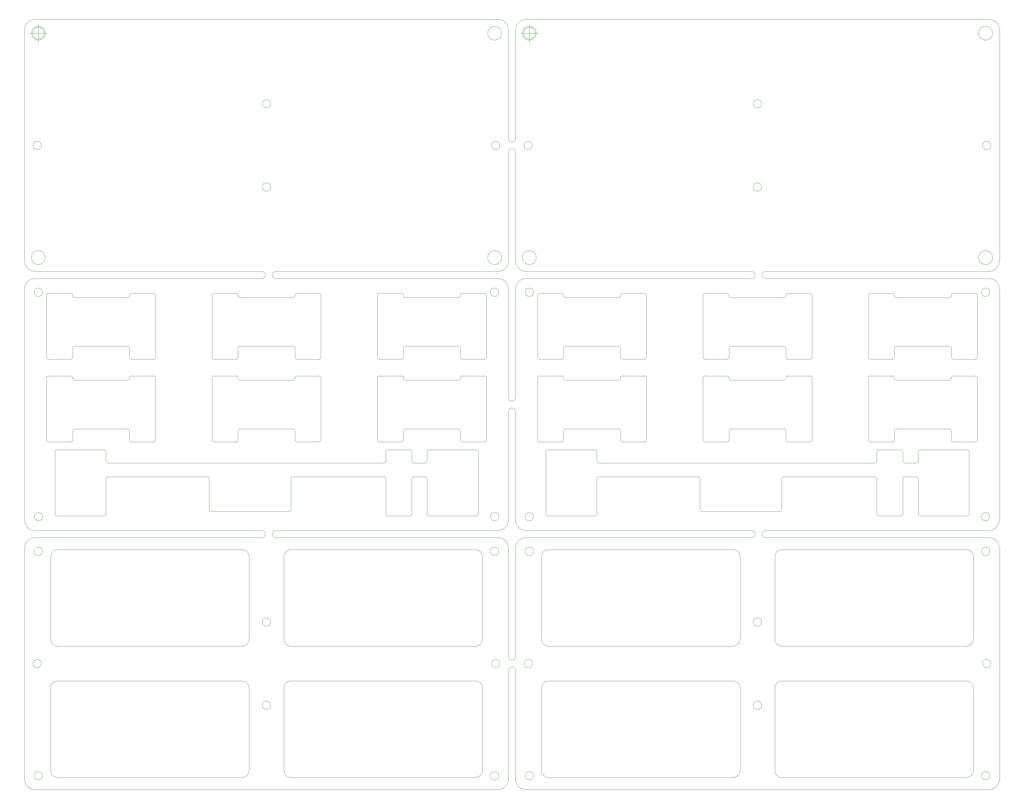
<source format=gm1>
G04 #@! TF.GenerationSoftware,KiCad,Pcbnew,(5.1.10)-1*
G04 #@! TF.CreationDate,2021-07-13T17:10:59+02:00*
G04 #@! TF.ProjectId,stab_tester,73746162-5f74-4657-9374-65722e6b6963,rev?*
G04 #@! TF.SameCoordinates,Original*
G04 #@! TF.FileFunction,Profile,NP*
%FSLAX46Y46*%
G04 Gerber Fmt 4.6, Leading zero omitted, Abs format (unit mm)*
G04 Created by KiCad (PCBNEW (5.1.10)-1) date 2021-07-13 17:10:59*
%MOMM*%
%LPD*%
G01*
G04 APERTURE LIST*
G04 #@! TA.AperFunction,Profile*
%ADD10C,0.050000*%
G04 #@! TD*
G04 APERTURE END LIST*
D10*
X40513001Y-184482001D02*
X105863001Y-184494502D01*
X105863001Y-186494502D02*
X40513001Y-186482002D01*
X109863001Y-184494502D02*
X173863001Y-184482002D01*
X173863001Y-186482002D02*
X109863001Y-186494502D01*
X181863001Y-184482001D02*
X246863001Y-184494502D01*
X246863001Y-186494502D02*
X181863001Y-186482002D01*
X315213001Y-184482002D02*
X250863001Y-184494502D01*
X250863001Y-186494502D02*
X315213001Y-186482002D01*
X250863001Y-186494502D02*
G75*
G02*
X250863001Y-184494502I0J1000000D01*
G01*
X246863001Y-184494502D02*
G75*
G02*
X246863001Y-186494502I0J-1000000D01*
G01*
X109863001Y-186494502D02*
G75*
G02*
X109863001Y-184494502I0J1000000D01*
G01*
X105863001Y-184494502D02*
G75*
G02*
X105863001Y-186494502I0J-1000000D01*
G01*
X315213000Y-111807001D02*
X250863001Y-111819502D01*
X250863001Y-109819502D02*
X315213000Y-109807001D01*
X181863000Y-109807000D02*
X246863001Y-109819502D01*
X246863001Y-111819502D02*
X181863001Y-111807002D01*
X250863001Y-111819502D02*
G75*
G02*
X250863001Y-109819502I0J1000000D01*
G01*
X246863001Y-109819502D02*
G75*
G02*
X246863001Y-111819502I0J-1000000D01*
G01*
X109863001Y-111819502D02*
X173863001Y-111807002D01*
X109863001Y-109819502D02*
X173863000Y-109807001D01*
X40513000Y-109807000D02*
X105863001Y-109819502D01*
X105863001Y-111819502D02*
X40513001Y-111807002D01*
X109863001Y-111819502D02*
G75*
G02*
X109863001Y-109819502I0J1000000D01*
G01*
X105863001Y-109819502D02*
G75*
G02*
X105863001Y-111819502I0J-1000000D01*
G01*
X176863000Y-40132001D02*
X176863000Y-71469501D01*
X178863000Y-71469501D02*
X178863000Y-40132001D01*
X176863000Y-75469501D02*
X176863001Y-106807000D01*
X178863001Y-106807001D02*
X178863000Y-75469501D01*
X178863000Y-146144501D02*
X178863001Y-114807002D01*
X176863001Y-114807002D02*
X176863000Y-146144501D01*
X176863002Y-256157001D02*
X176863001Y-224819502D01*
X178863001Y-224819502D02*
X178863002Y-256157002D01*
X176863001Y-220819502D02*
X176863001Y-189482002D01*
X178863001Y-189482002D02*
X178863001Y-220819502D01*
X178863000Y-150144501D02*
X178863002Y-181482002D01*
X176863000Y-150144501D02*
X176863002Y-181482001D01*
X176863001Y-224819502D02*
G75*
G02*
X178863001Y-224819502I1000000J0D01*
G01*
X178863001Y-220819502D02*
G75*
G02*
X176863001Y-220819502I-1000000J0D01*
G01*
X176863000Y-150144501D02*
G75*
G02*
X178863000Y-150144501I1000000J0D01*
G01*
X178863000Y-146144501D02*
G75*
G02*
X176863000Y-146144501I-1000000J0D01*
G01*
X176863000Y-75469501D02*
G75*
G02*
X178863000Y-75469501I1000000J0D01*
G01*
X178863000Y-71469501D02*
G75*
G02*
X176863000Y-71469501I-1000000J0D01*
G01*
X184529666Y-41132001D02*
G75*
G03*
X184529666Y-41132001I-1666666J0D01*
G01*
X180363000Y-41132001D02*
X185363000Y-41132001D01*
X182863000Y-38632001D02*
X182863000Y-43632001D01*
X315213000Y-37132001D02*
G75*
G02*
X318213000Y-40132001I0J-3000000D01*
G01*
X318213001Y-106807000D02*
G75*
G02*
X315213000Y-109807001I-3000001J0D01*
G01*
X178863000Y-40132001D02*
G75*
G02*
X181863000Y-37132001I3000000J0D01*
G01*
X181863000Y-109807000D02*
G75*
G02*
X178863001Y-106807001I0J2999999D01*
G01*
X249738000Y-61469501D02*
G75*
G03*
X249738000Y-61469501I-1200000J0D01*
G01*
X249738000Y-85469501D02*
G75*
G03*
X249738000Y-85469501I-1200000J0D01*
G01*
X183738000Y-73469501D02*
G75*
G03*
X183738000Y-73469501I-1200000J0D01*
G01*
X316213000Y-41132001D02*
G75*
G03*
X316213000Y-41132001I-2000000J0D01*
G01*
X318213000Y-40132001D02*
X318213000Y-106807001D01*
X181863000Y-37132001D02*
X315213000Y-37132001D01*
X315738000Y-73469501D02*
G75*
G03*
X315738000Y-73469501I-1200000J0D01*
G01*
X184863000Y-41132001D02*
G75*
G03*
X184863000Y-41132001I-2000000J0D01*
G01*
X316213000Y-105807001D02*
G75*
G03*
X316213000Y-105807001I-2000000J0D01*
G01*
X184863000Y-105807001D02*
G75*
G03*
X184863000Y-105807001I-2000000J0D01*
G01*
X178863001Y-114807002D02*
G75*
G02*
X181863001Y-111807002I3000000J0D01*
G01*
X315413001Y-115807001D02*
G75*
G03*
X315413001Y-115807001I-1200000J0D01*
G01*
X318213001Y-114807002D02*
X318213001Y-181482002D01*
X290388001Y-179707001D02*
G75*
G02*
X289888000Y-180207002I-500001J0D01*
G01*
X294788000Y-161707002D02*
X294788000Y-164457001D01*
X282388000Y-164957001D02*
X202788001Y-164957002D01*
X282888000Y-164457001D02*
G75*
G02*
X282388000Y-164957001I-500000J0D01*
G01*
X201788001Y-161207002D02*
X188138000Y-161207002D01*
X315213001Y-111807002D02*
G75*
G02*
X318213001Y-114807002I0J-3000000D01*
G01*
X289888000Y-161207002D02*
G75*
G02*
X290388000Y-161707002I0J-500000D01*
G01*
X201788001Y-180207002D02*
X188138000Y-180207001D01*
X202288001Y-169457002D02*
G75*
G02*
X202788001Y-168957002I500000J0D01*
G01*
X289888000Y-161207002D02*
X283388000Y-161207002D01*
X201788001Y-161207002D02*
G75*
G02*
X202288001Y-161707002I0J-500000D01*
G01*
X290388000Y-179707002D02*
X290388000Y-169457001D01*
X187638001Y-161707001D02*
G75*
G02*
X188138000Y-161207002I499999J0D01*
G01*
X295288001Y-180207001D02*
G75*
G02*
X294788000Y-179707002I-1J500000D01*
G01*
X192725000Y-134582002D02*
X192725001Y-131832002D01*
X308976000Y-161207002D02*
X295288000Y-161207002D01*
X282888000Y-161707002D02*
X282888000Y-164457001D01*
X290888000Y-164957001D02*
G75*
G02*
X290388000Y-164457001I0J500000D01*
G01*
X309476000Y-179707001D02*
X309476000Y-161707002D01*
X188138000Y-180207001D02*
G75*
G02*
X187638000Y-179707001I0J500000D01*
G01*
X294788000Y-169457001D02*
X294788000Y-179707002D01*
X294788000Y-161707002D02*
G75*
G02*
X295288000Y-161207002I500000J0D01*
G01*
X295288000Y-180207002D02*
X308976000Y-180207001D01*
X187638000Y-161707002D02*
X187638000Y-179707001D01*
X294788000Y-164457001D02*
G75*
G02*
X294288000Y-164957001I-500000J0D01*
G01*
X209101001Y-116582001D02*
X209101001Y-116832001D01*
X256038001Y-168957001D02*
X282388000Y-168957001D01*
X209601001Y-135082002D02*
G75*
G02*
X209101001Y-134582002I0J500000D01*
G01*
X282888000Y-169457001D02*
X282888000Y-179707001D01*
X202288001Y-164457002D02*
X202288001Y-161707002D01*
X202288002Y-179707001D02*
G75*
G02*
X201788001Y-180207002I-500001J0D01*
G01*
X255538001Y-178457002D02*
X255538001Y-169457001D01*
X255538001Y-178457002D02*
G75*
G02*
X255038001Y-178957002I-500000J0D01*
G01*
X193225001Y-131332002D02*
X208601001Y-131332002D01*
X308976000Y-161207002D02*
G75*
G02*
X309476000Y-161707002I0J-500000D01*
G01*
X290888000Y-168957001D02*
X294288000Y-168957001D01*
X192725001Y-131832002D02*
G75*
G02*
X193225001Y-131332002I500000J0D01*
G01*
X290388000Y-164457001D02*
X290388000Y-161707002D01*
X309476000Y-179707001D02*
G75*
G02*
X308976000Y-180207001I-500000J0D01*
G01*
X202288001Y-179707002D02*
X202288001Y-169457002D01*
X294288000Y-168957001D02*
G75*
G02*
X294788000Y-169457001I0J-500000D01*
G01*
X318213002Y-181482001D02*
G75*
G02*
X315213001Y-184482002I-3000001J0D01*
G01*
X283388001Y-180207002D02*
G75*
G02*
X282888000Y-179707001I0J500001D01*
G01*
X209101001Y-131832002D02*
X209101001Y-134582002D01*
X216601001Y-134582002D02*
G75*
G02*
X216101001Y-135082002I-500000J0D01*
G01*
X282388000Y-168957001D02*
G75*
G02*
X282888000Y-169457001I0J-500000D01*
G01*
X185725000Y-135082002D02*
G75*
G02*
X185225000Y-134582002I0J500000D01*
G01*
X232513000Y-178957001D02*
G75*
G02*
X232013001Y-178457002I0J499999D01*
G01*
X209601001Y-135082002D02*
X216101001Y-135082002D01*
X290388000Y-169457001D02*
G75*
G02*
X290888000Y-168957001I500000J0D01*
G01*
X202788001Y-168957002D02*
X231513000Y-168957002D01*
X283388000Y-180207002D02*
X289888000Y-180207002D01*
X185725000Y-135082002D02*
X192225001Y-135082002D01*
X294288000Y-164957001D02*
X290888000Y-164957001D01*
X282888000Y-161707002D02*
G75*
G02*
X283388000Y-161207002I500000J0D01*
G01*
X202788001Y-164957002D02*
G75*
G02*
X202288001Y-164457002I0J500000D01*
G01*
X216601001Y-134582002D02*
X216601001Y-116582001D01*
X208601001Y-131332002D02*
G75*
G02*
X209101001Y-131832002I0J-500000D01*
G01*
X232013000Y-169457002D02*
X232013001Y-178457002D01*
X255538001Y-169457001D02*
G75*
G02*
X256038001Y-168957001I500000J0D01*
G01*
X231513000Y-168957002D02*
G75*
G02*
X232013000Y-169457002I0J-500000D01*
G01*
X192725002Y-140644502D02*
X192725002Y-140394502D01*
X192225001Y-139894501D02*
G75*
G02*
X192725002Y-140394502I0J-500001D01*
G01*
X209101002Y-140394501D02*
X209101002Y-140644501D01*
X185225001Y-140394502D02*
G75*
G02*
X185725001Y-139894502I500000J0D01*
G01*
X185725001Y-158894502D02*
X192225002Y-158894502D01*
X192725002Y-158394502D02*
G75*
G02*
X192225002Y-158894502I-500000J0D01*
G01*
X209101002Y-155644502D02*
X209101002Y-158394502D01*
X192225002Y-139894501D02*
X185725001Y-139894502D01*
X216101002Y-139894501D02*
G75*
G02*
X216601002Y-140394501I0J-500000D01*
G01*
X193225002Y-155144502D02*
X208601002Y-155144502D01*
X192725002Y-155644502D02*
G75*
G02*
X193225002Y-155144502I500000J0D01*
G01*
X208601002Y-141144501D02*
X193225002Y-141144502D01*
X185725001Y-158894502D02*
G75*
G02*
X185225001Y-158394502I0J500000D01*
G01*
X185225001Y-140394502D02*
X185225001Y-158394502D01*
X193225003Y-141144501D02*
G75*
G02*
X192725002Y-140644502I-1J500000D01*
G01*
X216601002Y-158394502D02*
X216601002Y-140394501D01*
X209601002Y-158894502D02*
X216101002Y-158894502D01*
X216101002Y-139894501D02*
X209601002Y-139894501D01*
X209101001Y-140644502D02*
G75*
G02*
X208601002Y-141144501I-499999J0D01*
G01*
X209101002Y-140394501D02*
G75*
G02*
X209601002Y-139894501I500000J0D01*
G01*
X209601002Y-158894502D02*
G75*
G02*
X209101002Y-158394502I0J500000D01*
G01*
X216601002Y-158394502D02*
G75*
G02*
X216101002Y-158894502I-500000J0D01*
G01*
X232513000Y-178957002D02*
X255038001Y-178957002D01*
X315413001Y-180482002D02*
G75*
G03*
X315413001Y-180482002I-1200000J0D01*
G01*
X192725001Y-134582002D02*
G75*
G02*
X192225001Y-135082002I-500000J0D01*
G01*
X243538000Y-215819501D02*
G75*
G02*
X241538000Y-217819501I-2000000J0D01*
G01*
X241538000Y-217819501D02*
X188363000Y-217819501D01*
X188363000Y-189982001D02*
X241538000Y-189982001D01*
X183738000Y-222819501D02*
G75*
G03*
X183738000Y-222819501I-1200000J0D01*
G01*
X186363000Y-191982001D02*
G75*
G02*
X188363000Y-189982001I2000000J0D01*
G01*
X241538000Y-189982001D02*
G75*
G02*
X243538000Y-191982001I0J-2000000D01*
G01*
X188362999Y-217819502D02*
G75*
G02*
X186363000Y-215819501I1J2000000D01*
G01*
X249738000Y-210819501D02*
G75*
G03*
X249738000Y-210819501I-1200000J0D01*
G01*
X186363000Y-191982001D02*
X186363000Y-215819501D01*
X249738000Y-234819501D02*
G75*
G03*
X249738000Y-234819501I-1200000J0D01*
G01*
X192225000Y-116082001D02*
G75*
G02*
X192725001Y-116582002I0J-500001D01*
G01*
X216101001Y-116082001D02*
X209601001Y-116082001D01*
X193225002Y-117332001D02*
G75*
G02*
X192725001Y-116832002I-1J500000D01*
G01*
X192725001Y-116832002D02*
X192725001Y-116582002D01*
X315738000Y-222819502D02*
G75*
G03*
X315738000Y-222819502I-1200000J0D01*
G01*
X216101001Y-116082001D02*
G75*
G02*
X216601001Y-116582001I0J-500000D01*
G01*
X209101001Y-116582001D02*
G75*
G02*
X209601001Y-116082001I500000J0D01*
G01*
X209101000Y-116832002D02*
G75*
G02*
X208601001Y-117332001I-499999J0D01*
G01*
X208601001Y-117332001D02*
X193225001Y-117332002D01*
X243538000Y-215819501D02*
X243538000Y-191982001D01*
X192225001Y-116082001D02*
X185725000Y-116082002D01*
X185225000Y-116582002D02*
G75*
G02*
X185725000Y-116082002I500000J0D01*
G01*
X185225000Y-116582002D02*
X185225000Y-134582002D01*
X188362999Y-255657002D02*
G75*
G02*
X186363000Y-253657001I1J2000000D01*
G01*
X181863001Y-184482001D02*
G75*
G02*
X178863002Y-181482002I0J2999999D01*
G01*
X308713000Y-217819501D02*
X255538000Y-217819501D01*
X186363000Y-229819501D02*
G75*
G02*
X188363000Y-227819501I2000000J0D01*
G01*
X253538000Y-191982001D02*
X253538000Y-215819501D01*
X243538000Y-253657001D02*
X243538000Y-229819501D01*
X310713000Y-215819501D02*
X310713000Y-191982001D01*
X243538000Y-253657001D02*
G75*
G02*
X241538000Y-255657001I-2000000J0D01*
G01*
X253538000Y-229819502D02*
G75*
G02*
X255538000Y-227819502I2000000J0D01*
G01*
X241538000Y-255657001D02*
X188363000Y-255657001D01*
X241538000Y-227819501D02*
G75*
G02*
X243538000Y-229819501I0J-2000000D01*
G01*
X255537999Y-217819502D02*
G75*
G02*
X253538000Y-215819501I1J2000000D01*
G01*
X310713000Y-253657002D02*
G75*
G02*
X308713000Y-255657002I-2000000J0D01*
G01*
X184063000Y-180482002D02*
G75*
G03*
X184063000Y-180482002I-1199999J0D01*
G01*
X186363000Y-229819501D02*
X186363000Y-253657001D01*
X184062999Y-115807001D02*
G75*
G03*
X184062999Y-115807001I-1199999J0D01*
G01*
X308713000Y-189982001D02*
G75*
G02*
X310713000Y-191982001I0J-2000000D01*
G01*
X255538000Y-189982001D02*
X308713000Y-189982001D01*
X188363000Y-227819501D02*
X241538000Y-227819501D01*
X310713000Y-215819501D02*
G75*
G02*
X308713000Y-217819501I-2000000J0D01*
G01*
X253538000Y-191982001D02*
G75*
G02*
X255538000Y-189982001I2000000J0D01*
G01*
X184062999Y-190482001D02*
G75*
G03*
X184062999Y-190482001I-1199999J0D01*
G01*
X256726002Y-116582001D02*
G75*
G02*
X257226002Y-116082001I500000J0D01*
G01*
X257226002Y-135082002D02*
G75*
G02*
X256726002Y-134582002I0J500000D01*
G01*
X256726001Y-116832002D02*
G75*
G02*
X256226002Y-117332001I-499999J0D01*
G01*
X255537999Y-255657003D02*
G75*
G02*
X253538000Y-253657002I1J2000000D01*
G01*
X315213001Y-186482002D02*
G75*
G02*
X318213001Y-189482002I0J-3000000D01*
G01*
X315413001Y-190482001D02*
G75*
G03*
X315413001Y-190482001I-1200000J0D01*
G01*
X256226002Y-131332002D02*
G75*
G02*
X256726002Y-131832002I0J-500000D01*
G01*
X255538000Y-227819502D02*
X308713000Y-227819502D01*
X308713000Y-255657002D02*
X255538000Y-255657002D01*
X308713000Y-227819502D02*
G75*
G02*
X310713000Y-229819502I0J-2000000D01*
G01*
X318213001Y-189482002D02*
X318213001Y-256157002D01*
X184063000Y-255157002D02*
G75*
G03*
X184063000Y-255157002I-1199999J0D01*
G01*
X253538000Y-229819502D02*
X253538000Y-253657002D01*
X310713000Y-253657002D02*
X310713000Y-229819502D01*
X315413001Y-255157002D02*
G75*
G03*
X315413001Y-255157002I-1200000J0D01*
G01*
X318213002Y-256157001D02*
G75*
G02*
X315213001Y-259157002I-3000001J0D01*
G01*
X264226002Y-134582002D02*
G75*
G02*
X263726002Y-135082002I-500000J0D01*
G01*
X178863001Y-189482002D02*
G75*
G02*
X181863001Y-186482002I3000000J0D01*
G01*
X315213001Y-259157002D02*
X181863001Y-259157002D01*
X181863001Y-259157001D02*
G75*
G02*
X178863002Y-256157002I0J2999999D01*
G01*
X240350001Y-134582002D02*
X240350002Y-131832002D01*
X232850001Y-116582002D02*
G75*
G02*
X233350001Y-116082002I500000J0D01*
G01*
X233350001Y-135082002D02*
G75*
G02*
X232850001Y-134582002I0J500000D01*
G01*
X287975001Y-134582002D02*
X287975002Y-131832002D01*
X240850003Y-117332001D02*
G75*
G02*
X240350002Y-116832002I-1J500000D01*
G01*
X232850001Y-116582002D02*
X232850001Y-134582002D01*
X304351002Y-116582001D02*
G75*
G02*
X304851002Y-116082001I500000J0D01*
G01*
X257226002Y-135082002D02*
X263726002Y-135082002D01*
X240350002Y-116832002D02*
X240350002Y-116582002D01*
X240350002Y-134582002D02*
G75*
G02*
X239850002Y-135082002I-500000J0D01*
G01*
X239850002Y-116082001D02*
X233350001Y-116082002D01*
X256726002Y-131832002D02*
X256726002Y-134582002D01*
X264226002Y-134582002D02*
X264226002Y-116582001D01*
X303851002Y-131332002D02*
G75*
G02*
X304351002Y-131832002I0J-500000D01*
G01*
X263726002Y-116082001D02*
G75*
G02*
X264226002Y-116582001I0J-500000D01*
G01*
X240850002Y-131332002D02*
X256226002Y-131332002D01*
X256226002Y-117332001D02*
X240850002Y-117332002D01*
X240350002Y-131832002D02*
G75*
G02*
X240850002Y-131332002I500000J0D01*
G01*
X256726002Y-116582001D02*
X256726002Y-116832001D01*
X263726002Y-116082001D02*
X257226002Y-116082001D01*
X239850001Y-116082001D02*
G75*
G02*
X240350002Y-116582002I0J-500001D01*
G01*
X304351001Y-116832002D02*
G75*
G02*
X303851002Y-117332001I-499999J0D01*
G01*
X304851002Y-135082002D02*
G75*
G02*
X304351002Y-134582002I0J500000D01*
G01*
X233350001Y-135082002D02*
X239850002Y-135082002D01*
X256226003Y-155144502D02*
G75*
G02*
X256726003Y-155644502I0J-500000D01*
G01*
X303851002Y-117332001D02*
X288475002Y-117332002D01*
X311851002Y-134582002D02*
G75*
G02*
X311351002Y-135082002I-500000J0D01*
G01*
X257226003Y-158894502D02*
X263726003Y-158894502D01*
X287975002Y-116832002D02*
X287975002Y-116582002D01*
X304351002Y-116582001D02*
X304351002Y-116832001D01*
X288475002Y-131332002D02*
X303851002Y-131332002D01*
X287475002Y-116082001D02*
X280975001Y-116082002D01*
X311351002Y-116082001D02*
G75*
G02*
X311851002Y-116582001I0J-500000D01*
G01*
X304851002Y-135082002D02*
X311351002Y-135082002D01*
X287475001Y-116082001D02*
G75*
G02*
X287975002Y-116582002I0J-500001D01*
G01*
X311351002Y-116082001D02*
X304851002Y-116082001D01*
X311851002Y-134582002D02*
X311851002Y-116582001D01*
X256726002Y-140644502D02*
G75*
G02*
X256226003Y-141144501I-499999J0D01*
G01*
X304351002Y-131832002D02*
X304351002Y-134582002D01*
X287975002Y-134582002D02*
G75*
G02*
X287475002Y-135082002I-500000J0D01*
G01*
X287975002Y-131832002D02*
G75*
G02*
X288475002Y-131332002I500000J0D01*
G01*
X280475001Y-116582002D02*
G75*
G02*
X280975001Y-116082002I500000J0D01*
G01*
X280975001Y-135082002D02*
G75*
G02*
X280475001Y-134582002I0J500000D01*
G01*
X280475001Y-116582002D02*
X280475001Y-134582002D01*
X280975001Y-135082002D02*
X287475002Y-135082002D01*
X239850003Y-139894501D02*
X233350002Y-139894502D01*
X288475003Y-117332001D02*
G75*
G02*
X287975002Y-116832002I-1J500000D01*
G01*
X232850002Y-140394502D02*
G75*
G02*
X233350002Y-139894502I500000J0D01*
G01*
X264226003Y-158394502D02*
G75*
G02*
X263726003Y-158894502I-500000J0D01*
G01*
X256726003Y-155644502D02*
X256726003Y-158394502D01*
X256726003Y-140394501D02*
X256726003Y-140644501D01*
X239850002Y-139894501D02*
G75*
G02*
X240350003Y-140394502I0J-500001D01*
G01*
X240350003Y-158394502D02*
G75*
G02*
X239850003Y-158894502I-500000J0D01*
G01*
X256226003Y-141144501D02*
X240850003Y-141144502D01*
X240350002Y-158394502D02*
X240350003Y-155644502D01*
X263726003Y-139894501D02*
X257226003Y-139894501D01*
X256726003Y-140394501D02*
G75*
G02*
X257226003Y-139894501I500000J0D01*
G01*
X264226003Y-158394502D02*
X264226003Y-140394501D01*
X233350002Y-158894502D02*
G75*
G02*
X232850002Y-158394502I0J500000D01*
G01*
X287975002Y-158394502D02*
X287975003Y-155644502D01*
X257226003Y-158894502D02*
G75*
G02*
X256726003Y-158394502I0J500000D01*
G01*
X240350003Y-155644502D02*
G75*
G02*
X240850003Y-155144502I500000J0D01*
G01*
X233350002Y-158894502D02*
X239850003Y-158894502D01*
X240350003Y-140644502D02*
X240350003Y-140394502D01*
X303851003Y-155144502D02*
G75*
G02*
X304351003Y-155644502I0J-500000D01*
G01*
X232850002Y-140394502D02*
X232850002Y-158394502D01*
X240850004Y-141144501D02*
G75*
G02*
X240350003Y-140644502I-1J500000D01*
G01*
X304351002Y-140644502D02*
G75*
G02*
X303851003Y-141144501I-499999J0D01*
G01*
X263726003Y-139894501D02*
G75*
G02*
X264226003Y-140394501I0J-500000D01*
G01*
X240850003Y-155144502D02*
X256226003Y-155144502D01*
X287975003Y-155644502D02*
G75*
G02*
X288475003Y-155144502I500000J0D01*
G01*
X287475003Y-139894501D02*
X280975002Y-139894502D01*
X311351003Y-139894501D02*
X304851003Y-139894501D01*
X311351003Y-139894501D02*
G75*
G02*
X311851003Y-140394501I0J-500000D01*
G01*
X304351003Y-140394501D02*
X304351003Y-140644501D01*
X311851003Y-158394502D02*
X311851003Y-140394501D01*
X280475002Y-140394502D02*
G75*
G02*
X280975002Y-139894502I500000J0D01*
G01*
X311851003Y-158394502D02*
G75*
G02*
X311351003Y-158894502I-500000J0D01*
G01*
X303851003Y-141144501D02*
X288475003Y-141144502D01*
X304851003Y-158894502D02*
X311351003Y-158894502D01*
X304351003Y-155644502D02*
X304351003Y-158394502D01*
X287475002Y-139894501D02*
G75*
G02*
X287975003Y-140394502I0J-500001D01*
G01*
X287975003Y-158394502D02*
G75*
G02*
X287475003Y-158894502I-500000J0D01*
G01*
X192725001Y-158394502D02*
X192725002Y-155644502D01*
X280975002Y-158894502D02*
X287475003Y-158894502D01*
X304851003Y-158894502D02*
G75*
G02*
X304351003Y-158394502I0J500000D01*
G01*
X304351003Y-140394501D02*
G75*
G02*
X304851003Y-139894501I500000J0D01*
G01*
X208601002Y-155144502D02*
G75*
G02*
X209101002Y-155644502I0J-500000D01*
G01*
X288475003Y-155144502D02*
X303851003Y-155144502D01*
X287975003Y-140644502D02*
X287975003Y-140394502D01*
X288475004Y-141144501D02*
G75*
G02*
X287975003Y-140644502I-1J500000D01*
G01*
X280975002Y-158894502D02*
G75*
G02*
X280475002Y-158394502I0J500000D01*
G01*
X280475002Y-140394502D02*
X280475002Y-158394502D01*
X139125002Y-140394502D02*
X139125002Y-158394502D01*
X139625002Y-158894502D02*
G75*
G02*
X139125002Y-158394502I0J500000D01*
G01*
X147125004Y-141144501D02*
G75*
G02*
X146625003Y-140644502I-1J500000D01*
G01*
X146625003Y-140644502D02*
X146625003Y-140394502D01*
X147125003Y-155144502D02*
X162501003Y-155144502D01*
X67251002Y-155144502D02*
G75*
G02*
X67751002Y-155644502I0J-500000D01*
G01*
X163001003Y-140394501D02*
G75*
G02*
X163501003Y-139894501I500000J0D01*
G01*
X163501003Y-158894502D02*
G75*
G02*
X163001003Y-158394502I0J500000D01*
G01*
X139625002Y-158894502D02*
X146125003Y-158894502D01*
X51375001Y-158394502D02*
X51375002Y-155644502D01*
X146625003Y-158394502D02*
G75*
G02*
X146125003Y-158894502I-500000J0D01*
G01*
X146125002Y-139894501D02*
G75*
G02*
X146625003Y-140394502I0J-500001D01*
G01*
X163001003Y-155644502D02*
X163001003Y-158394502D01*
X163501003Y-158894502D02*
X170001003Y-158894502D01*
X162501003Y-141144501D02*
X147125003Y-141144502D01*
X170501003Y-158394502D02*
G75*
G02*
X170001003Y-158894502I-500000J0D01*
G01*
X139125002Y-140394502D02*
G75*
G02*
X139625002Y-139894502I500000J0D01*
G01*
X170501003Y-158394502D02*
X170501003Y-140394501D01*
X163001003Y-140394501D02*
X163001003Y-140644501D01*
X170001003Y-139894501D02*
G75*
G02*
X170501003Y-140394501I0J-500000D01*
G01*
X170001003Y-139894501D02*
X163501003Y-139894501D01*
X146125003Y-139894501D02*
X139625002Y-139894502D01*
X146625003Y-155644502D02*
G75*
G02*
X147125003Y-155144502I500000J0D01*
G01*
X99500003Y-155144502D02*
X114876003Y-155144502D01*
X122376003Y-139894501D02*
G75*
G02*
X122876003Y-140394501I0J-500000D01*
G01*
X163001002Y-140644502D02*
G75*
G02*
X162501003Y-141144501I-499999J0D01*
G01*
X99500004Y-141144501D02*
G75*
G02*
X99000003Y-140644502I-1J500000D01*
G01*
X91500002Y-140394502D02*
X91500002Y-158394502D01*
X162501003Y-155144502D02*
G75*
G02*
X163001003Y-155644502I0J-500000D01*
G01*
X99000003Y-140644502D02*
X99000003Y-140394502D01*
X92000002Y-158894502D02*
X98500003Y-158894502D01*
X99000003Y-155644502D02*
G75*
G02*
X99500003Y-155144502I500000J0D01*
G01*
X115876003Y-158894502D02*
G75*
G02*
X115376003Y-158394502I0J500000D01*
G01*
X146625002Y-158394502D02*
X146625003Y-155644502D01*
X92000002Y-158894502D02*
G75*
G02*
X91500002Y-158394502I0J500000D01*
G01*
X122876003Y-158394502D02*
X122876003Y-140394501D01*
X115376003Y-140394501D02*
G75*
G02*
X115876003Y-139894501I500000J0D01*
G01*
X122376003Y-139894501D02*
X115876003Y-139894501D01*
X99000002Y-158394502D02*
X99000003Y-155644502D01*
X114876003Y-141144501D02*
X99500003Y-141144502D01*
X99000003Y-158394502D02*
G75*
G02*
X98500003Y-158894502I-500000J0D01*
G01*
X98500002Y-139894501D02*
G75*
G02*
X99000003Y-140394502I0J-500001D01*
G01*
X115376003Y-140394501D02*
X115376003Y-140644501D01*
X115376003Y-155644502D02*
X115376003Y-158394502D01*
X122876003Y-158394502D02*
G75*
G02*
X122376003Y-158894502I-500000J0D01*
G01*
X91500002Y-140394502D02*
G75*
G02*
X92000002Y-139894502I500000J0D01*
G01*
X147125003Y-117332001D02*
G75*
G02*
X146625002Y-116832002I-1J500000D01*
G01*
X98500003Y-139894501D02*
X92000002Y-139894502D01*
X139625001Y-135082002D02*
X146125002Y-135082002D01*
X139125001Y-116582002D02*
X139125001Y-134582002D01*
X139625001Y-135082002D02*
G75*
G02*
X139125001Y-134582002I0J500000D01*
G01*
X139125001Y-116582002D02*
G75*
G02*
X139625001Y-116082002I500000J0D01*
G01*
X146625002Y-131832002D02*
G75*
G02*
X147125002Y-131332002I500000J0D01*
G01*
X146625002Y-134582002D02*
G75*
G02*
X146125002Y-135082002I-500000J0D01*
G01*
X163001002Y-131832002D02*
X163001002Y-134582002D01*
X115376002Y-140644502D02*
G75*
G02*
X114876003Y-141144501I-499999J0D01*
G01*
X170501002Y-134582002D02*
X170501002Y-116582001D01*
X170001002Y-116082001D02*
X163501002Y-116082001D01*
X146125001Y-116082001D02*
G75*
G02*
X146625002Y-116582002I0J-500001D01*
G01*
X163501002Y-135082002D02*
X170001002Y-135082002D01*
X170001002Y-116082001D02*
G75*
G02*
X170501002Y-116582001I0J-500000D01*
G01*
X146125002Y-116082001D02*
X139625001Y-116082002D01*
X147125002Y-131332002D02*
X162501002Y-131332002D01*
X163001002Y-116582001D02*
X163001002Y-116832001D01*
X146625002Y-116832002D02*
X146625002Y-116582002D01*
X115876003Y-158894502D02*
X122376003Y-158894502D01*
X170501002Y-134582002D02*
G75*
G02*
X170001002Y-135082002I-500000J0D01*
G01*
X162501002Y-117332001D02*
X147125002Y-117332002D01*
X114876003Y-155144502D02*
G75*
G02*
X115376003Y-155644502I0J-500000D01*
G01*
X92000001Y-135082002D02*
X98500002Y-135082002D01*
X163501002Y-135082002D02*
G75*
G02*
X163001002Y-134582002I0J500000D01*
G01*
X163001001Y-116832002D02*
G75*
G02*
X162501002Y-117332001I-499999J0D01*
G01*
X98500001Y-116082001D02*
G75*
G02*
X99000002Y-116582002I0J-500001D01*
G01*
X122376002Y-116082001D02*
X115876002Y-116082001D01*
X115376002Y-116582001D02*
X115376002Y-116832001D01*
X99000002Y-131832002D02*
G75*
G02*
X99500002Y-131332002I500000J0D01*
G01*
X114876002Y-117332001D02*
X99500002Y-117332002D01*
X99500002Y-131332002D02*
X114876002Y-131332002D01*
X122376002Y-116082001D02*
G75*
G02*
X122876002Y-116582001I0J-500000D01*
G01*
X162501002Y-131332002D02*
G75*
G02*
X163001002Y-131832002I0J-500000D01*
G01*
X122876002Y-134582002D02*
X122876002Y-116582001D01*
X115376002Y-131832002D02*
X115376002Y-134582002D01*
X98500002Y-116082001D02*
X92000001Y-116082002D01*
X99000002Y-134582002D02*
G75*
G02*
X98500002Y-135082002I-500000J0D01*
G01*
X99000002Y-116832002D02*
X99000002Y-116582002D01*
X115876002Y-135082002D02*
X122376002Y-135082002D01*
X163001002Y-116582001D02*
G75*
G02*
X163501002Y-116082001I500000J0D01*
G01*
X91500001Y-116582002D02*
X91500001Y-134582002D01*
X99500003Y-117332001D02*
G75*
G02*
X99000002Y-116832002I-1J500000D01*
G01*
X146625001Y-134582002D02*
X146625002Y-131832002D01*
X92000001Y-135082002D02*
G75*
G02*
X91500001Y-134582002I0J500000D01*
G01*
X91500001Y-116582002D02*
G75*
G02*
X92000001Y-116082002I500000J0D01*
G01*
X99000001Y-134582002D02*
X99000002Y-131832002D01*
X40513001Y-259157001D02*
G75*
G02*
X37513002Y-256157002I0J2999999D01*
G01*
X173863001Y-259157002D02*
X40513001Y-259157002D01*
X37513001Y-189482002D02*
G75*
G02*
X40513001Y-186482002I3000000J0D01*
G01*
X122876002Y-134582002D02*
G75*
G02*
X122376002Y-135082002I-500000J0D01*
G01*
X176863002Y-256157001D02*
G75*
G02*
X173863001Y-259157002I-3000001J0D01*
G01*
X174063001Y-255157002D02*
G75*
G03*
X174063001Y-255157002I-1200000J0D01*
G01*
X169363000Y-253657002D02*
X169363000Y-229819502D01*
X112188000Y-229819502D02*
X112188000Y-253657002D01*
X42713000Y-255157002D02*
G75*
G03*
X42713000Y-255157002I-1199999J0D01*
G01*
X167363000Y-227819502D02*
G75*
G02*
X169363000Y-229819502I0J-2000000D01*
G01*
X167363000Y-255657002D02*
X114188000Y-255657002D01*
X114188000Y-227819502D02*
X167363000Y-227819502D01*
X114876002Y-131332002D02*
G75*
G02*
X115376002Y-131832002I0J-500000D01*
G01*
X174063001Y-190482001D02*
G75*
G03*
X174063001Y-190482001I-1200000J0D01*
G01*
X173863001Y-186482002D02*
G75*
G02*
X176863001Y-189482002I0J-3000000D01*
G01*
X114187999Y-255657003D02*
G75*
G02*
X112188000Y-253657002I1J2000000D01*
G01*
X115376001Y-116832002D02*
G75*
G02*
X114876002Y-117332001I-499999J0D01*
G01*
X115876002Y-135082002D02*
G75*
G02*
X115376002Y-134582002I0J500000D01*
G01*
X115376002Y-116582001D02*
G75*
G02*
X115876002Y-116082001I500000J0D01*
G01*
X42712999Y-190482001D02*
G75*
G03*
X42712999Y-190482001I-1199999J0D01*
G01*
X37513002Y-256157002D02*
X37513001Y-189482002D01*
X112188000Y-191982001D02*
G75*
G02*
X114188000Y-189982001I2000000J0D01*
G01*
X169363000Y-215819501D02*
G75*
G02*
X167363000Y-217819501I-2000000J0D01*
G01*
X47013000Y-227819501D02*
X100188000Y-227819501D01*
X114188000Y-189982001D02*
X167363000Y-189982001D01*
X167363000Y-189982001D02*
G75*
G02*
X169363000Y-191982001I0J-2000000D01*
G01*
X42712999Y-115807001D02*
G75*
G03*
X42712999Y-115807001I-1199999J0D01*
G01*
X45013000Y-229819501D02*
X45013000Y-253657001D01*
X42713000Y-180482002D02*
G75*
G03*
X42713000Y-180482002I-1199999J0D01*
G01*
X169363000Y-253657002D02*
G75*
G02*
X167363000Y-255657002I-2000000J0D01*
G01*
X114187999Y-217819502D02*
G75*
G02*
X112188000Y-215819501I1J2000000D01*
G01*
X100188000Y-227819501D02*
G75*
G02*
X102188000Y-229819501I0J-2000000D01*
G01*
X100188000Y-255657001D02*
X47013000Y-255657001D01*
X112188000Y-229819502D02*
G75*
G02*
X114188000Y-227819502I2000000J0D01*
G01*
X102188000Y-253657001D02*
G75*
G02*
X100188000Y-255657001I-2000000J0D01*
G01*
X169363000Y-215819501D02*
X169363000Y-191982001D01*
X102188000Y-253657001D02*
X102188000Y-229819501D01*
X112188000Y-191982001D02*
X112188000Y-215819501D01*
X45013000Y-229819501D02*
G75*
G02*
X47013000Y-227819501I2000000J0D01*
G01*
X167363000Y-217819501D02*
X114188000Y-217819501D01*
X40513001Y-184482001D02*
G75*
G02*
X37513002Y-181482002I0J2999999D01*
G01*
X47012999Y-255657002D02*
G75*
G02*
X45013000Y-253657001I1J2000000D01*
G01*
X43875000Y-116582002D02*
X43875000Y-134582002D01*
X43875000Y-116582002D02*
G75*
G02*
X44375000Y-116082002I500000J0D01*
G01*
X50875001Y-116082001D02*
X44375000Y-116082002D01*
X102188000Y-215819501D02*
X102188000Y-191982001D01*
X67251001Y-117332001D02*
X51875001Y-117332002D01*
X67751000Y-116832002D02*
G75*
G02*
X67251001Y-117332001I-499999J0D01*
G01*
X67751001Y-116582001D02*
G75*
G02*
X68251001Y-116082001I500000J0D01*
G01*
X74751001Y-116082001D02*
G75*
G02*
X75251001Y-116582001I0J-500000D01*
G01*
X174388000Y-222819502D02*
G75*
G03*
X174388000Y-222819502I-1200000J0D01*
G01*
X51375001Y-116832002D02*
X51375001Y-116582002D01*
X51875002Y-117332001D02*
G75*
G02*
X51375001Y-116832002I-1J500000D01*
G01*
X74751001Y-116082001D02*
X68251001Y-116082001D01*
X50875000Y-116082001D02*
G75*
G02*
X51375001Y-116582002I0J-500001D01*
G01*
X108388000Y-234819501D02*
G75*
G03*
X108388000Y-234819501I-1200000J0D01*
G01*
X45013000Y-191982001D02*
X45013000Y-215819501D01*
X108388000Y-210819501D02*
G75*
G03*
X108388000Y-210819501I-1200000J0D01*
G01*
X47012999Y-217819502D02*
G75*
G02*
X45013000Y-215819501I1J2000000D01*
G01*
X100188000Y-189982001D02*
G75*
G02*
X102188000Y-191982001I0J-2000000D01*
G01*
X45013000Y-191982001D02*
G75*
G02*
X47013000Y-189982001I2000000J0D01*
G01*
X42388000Y-222819501D02*
G75*
G03*
X42388000Y-222819501I-1200000J0D01*
G01*
X47013000Y-189982001D02*
X100188000Y-189982001D01*
X100188000Y-217819501D02*
X47013000Y-217819501D01*
X102188000Y-215819501D02*
G75*
G02*
X100188000Y-217819501I-2000000J0D01*
G01*
X51375001Y-134582002D02*
G75*
G02*
X50875001Y-135082002I-500000J0D01*
G01*
X174063001Y-180482002D02*
G75*
G03*
X174063001Y-180482002I-1200000J0D01*
G01*
X91163000Y-178957002D02*
X113688001Y-178957002D01*
X75251002Y-158394502D02*
G75*
G02*
X74751002Y-158894502I-500000J0D01*
G01*
X68251002Y-158894502D02*
G75*
G02*
X67751002Y-158394502I0J500000D01*
G01*
X67751002Y-140394501D02*
G75*
G02*
X68251002Y-139894501I500000J0D01*
G01*
X67751001Y-140644502D02*
G75*
G02*
X67251002Y-141144501I-499999J0D01*
G01*
X74751002Y-139894501D02*
X68251002Y-139894501D01*
X68251002Y-158894502D02*
X74751002Y-158894502D01*
X75251002Y-158394502D02*
X75251002Y-140394501D01*
X51875003Y-141144501D02*
G75*
G02*
X51375002Y-140644502I-1J500000D01*
G01*
X43875001Y-140394502D02*
X43875001Y-158394502D01*
X44375001Y-158894502D02*
G75*
G02*
X43875001Y-158394502I0J500000D01*
G01*
X67251002Y-141144501D02*
X51875002Y-141144502D01*
X51375002Y-155644502D02*
G75*
G02*
X51875002Y-155144502I500000J0D01*
G01*
X51875002Y-155144502D02*
X67251002Y-155144502D01*
X74751002Y-139894501D02*
G75*
G02*
X75251002Y-140394501I0J-500000D01*
G01*
X50875002Y-139894501D02*
X44375001Y-139894502D01*
X67751002Y-155644502D02*
X67751002Y-158394502D01*
X51375002Y-158394502D02*
G75*
G02*
X50875002Y-158894502I-500000J0D01*
G01*
X44375001Y-158894502D02*
X50875002Y-158894502D01*
X43875001Y-140394502D02*
G75*
G02*
X44375001Y-139894502I500000J0D01*
G01*
X67751002Y-140394501D02*
X67751002Y-140644501D01*
X50875001Y-139894501D02*
G75*
G02*
X51375002Y-140394502I0J-500001D01*
G01*
X51375002Y-140644502D02*
X51375002Y-140394502D01*
X90163000Y-168957002D02*
G75*
G02*
X90663000Y-169457002I0J-500000D01*
G01*
X114188001Y-169457001D02*
G75*
G02*
X114688001Y-168957001I500000J0D01*
G01*
X90663000Y-169457002D02*
X90663001Y-178457002D01*
X67251001Y-131332002D02*
G75*
G02*
X67751001Y-131832002I0J-500000D01*
G01*
X75251001Y-134582002D02*
X75251001Y-116582001D01*
X61438001Y-164957002D02*
G75*
G02*
X60938001Y-164457002I0J500000D01*
G01*
X141538000Y-161707002D02*
G75*
G02*
X142038000Y-161207002I500000J0D01*
G01*
X152938000Y-164957001D02*
X149538000Y-164957001D01*
X44375000Y-135082002D02*
X50875001Y-135082002D01*
X142038000Y-180207002D02*
X148538000Y-180207002D01*
X61438001Y-168957002D02*
X90163000Y-168957002D01*
X149038000Y-169457001D02*
G75*
G02*
X149538000Y-168957001I500000J0D01*
G01*
X68251001Y-135082002D02*
X74751001Y-135082002D01*
X91163000Y-178957001D02*
G75*
G02*
X90663001Y-178457002I0J499999D01*
G01*
X44375000Y-135082002D02*
G75*
G02*
X43875000Y-134582002I0J500000D01*
G01*
X141038000Y-168957001D02*
G75*
G02*
X141538000Y-169457001I0J-500000D01*
G01*
X75251001Y-134582002D02*
G75*
G02*
X74751001Y-135082002I-500000J0D01*
G01*
X67751001Y-131832002D02*
X67751001Y-134582002D01*
X142038001Y-180207002D02*
G75*
G02*
X141538000Y-179707001I0J500001D01*
G01*
X176863002Y-181482001D02*
G75*
G02*
X173863001Y-184482002I-3000001J0D01*
G01*
X152938000Y-168957001D02*
G75*
G02*
X153438000Y-169457001I0J-500000D01*
G01*
X60938001Y-179707002D02*
X60938001Y-169457002D01*
X168126000Y-179707001D02*
G75*
G02*
X167626000Y-180207001I-500000J0D01*
G01*
X149038000Y-164457001D02*
X149038000Y-161707002D01*
X51375001Y-131832002D02*
G75*
G02*
X51875001Y-131332002I500000J0D01*
G01*
X149538000Y-168957001D02*
X152938000Y-168957001D01*
X167626000Y-161207002D02*
G75*
G02*
X168126000Y-161707002I0J-500000D01*
G01*
X51875001Y-131332002D02*
X67251001Y-131332002D01*
X114188001Y-178457002D02*
G75*
G02*
X113688001Y-178957002I-500000J0D01*
G01*
X114188001Y-178457002D02*
X114188001Y-169457001D01*
X60938002Y-179707001D02*
G75*
G02*
X60438001Y-180207002I-500001J0D01*
G01*
X60938001Y-164457002D02*
X60938001Y-161707002D01*
X141538000Y-169457001D02*
X141538000Y-179707001D01*
X68251001Y-135082002D02*
G75*
G02*
X67751001Y-134582002I0J500000D01*
G01*
X114688001Y-168957001D02*
X141038000Y-168957001D01*
X67751001Y-116582001D02*
X67751001Y-116832001D01*
X153438000Y-164457001D02*
G75*
G02*
X152938000Y-164957001I-500000J0D01*
G01*
X46288000Y-161707002D02*
X46288000Y-179707001D01*
X153938000Y-180207002D02*
X167626000Y-180207001D01*
X153438000Y-161707002D02*
G75*
G02*
X153938000Y-161207002I500000J0D01*
G01*
X153438000Y-169457001D02*
X153438000Y-179707002D01*
X46788000Y-180207001D02*
G75*
G02*
X46288000Y-179707001I0J500000D01*
G01*
X168126000Y-179707001D02*
X168126000Y-161707002D01*
X149538000Y-164957001D02*
G75*
G02*
X149038000Y-164457001I0J500000D01*
G01*
X141538000Y-161707002D02*
X141538000Y-164457001D01*
X167626000Y-161207002D02*
X153938000Y-161207002D01*
X51375000Y-134582002D02*
X51375001Y-131832002D01*
X153938001Y-180207001D02*
G75*
G02*
X153438000Y-179707002I-1J500000D01*
G01*
X46288001Y-161707001D02*
G75*
G02*
X46788000Y-161207002I499999J0D01*
G01*
X149038000Y-179707002D02*
X149038000Y-169457001D01*
X60438001Y-161207002D02*
G75*
G02*
X60938001Y-161707002I0J-500000D01*
G01*
X148538000Y-161207002D02*
X142038000Y-161207002D01*
X60938001Y-169457002D02*
G75*
G02*
X61438001Y-168957002I500000J0D01*
G01*
X60438001Y-180207002D02*
X46788000Y-180207001D01*
X148538000Y-161207002D02*
G75*
G02*
X149038000Y-161707002I0J-500000D01*
G01*
X173863001Y-111807002D02*
G75*
G02*
X176863001Y-114807002I0J-3000000D01*
G01*
X60438001Y-161207002D02*
X46788000Y-161207002D01*
X141538000Y-164457001D02*
G75*
G02*
X141038000Y-164957001I-500000J0D01*
G01*
X141038000Y-164957001D02*
X61438001Y-164957002D01*
X153438000Y-161707002D02*
X153438000Y-164457001D01*
X149038001Y-179707001D02*
G75*
G02*
X148538000Y-180207002I-500001J0D01*
G01*
X174063001Y-115807001D02*
G75*
G03*
X174063001Y-115807001I-1200000J0D01*
G01*
X37513002Y-181482002D02*
X37513001Y-114807002D01*
X37513001Y-114807002D02*
G75*
G02*
X40513001Y-111807002I3000000J0D01*
G01*
X43513000Y-105807001D02*
G75*
G03*
X43513000Y-105807001I-2000000J0D01*
G01*
X174863000Y-105807001D02*
G75*
G03*
X174863000Y-105807001I-2000000J0D01*
G01*
X43513000Y-41132001D02*
G75*
G03*
X43513000Y-41132001I-2000000J0D01*
G01*
X174388000Y-73469501D02*
G75*
G03*
X174388000Y-73469501I-1200000J0D01*
G01*
X40513000Y-37132001D02*
X173863000Y-37132001D01*
X174863000Y-41132001D02*
G75*
G03*
X174863000Y-41132001I-2000000J0D01*
G01*
X42388000Y-73469501D02*
G75*
G03*
X42388000Y-73469501I-1200000J0D01*
G01*
X108388000Y-85469501D02*
G75*
G03*
X108388000Y-85469501I-1200000J0D01*
G01*
X108388000Y-61469501D02*
G75*
G03*
X108388000Y-61469501I-1200000J0D01*
G01*
X40513000Y-109807000D02*
G75*
G02*
X37513001Y-106807001I0J2999999D01*
G01*
X37513001Y-106807001D02*
X37513000Y-40132001D01*
X37513000Y-40132001D02*
G75*
G02*
X40513000Y-37132001I3000000J0D01*
G01*
X176863001Y-106807000D02*
G75*
G02*
X173863000Y-109807001I-3000001J0D01*
G01*
X173863000Y-37132001D02*
G75*
G02*
X176863000Y-40132001I0J-3000000D01*
G01*
X43179666Y-41132001D02*
G75*
G03*
X43179666Y-41132001I-1666666J0D01*
G01*
X39013000Y-41132001D02*
X44013000Y-41132001D01*
X41513000Y-38632001D02*
X41513000Y-43632001D01*
M02*

</source>
